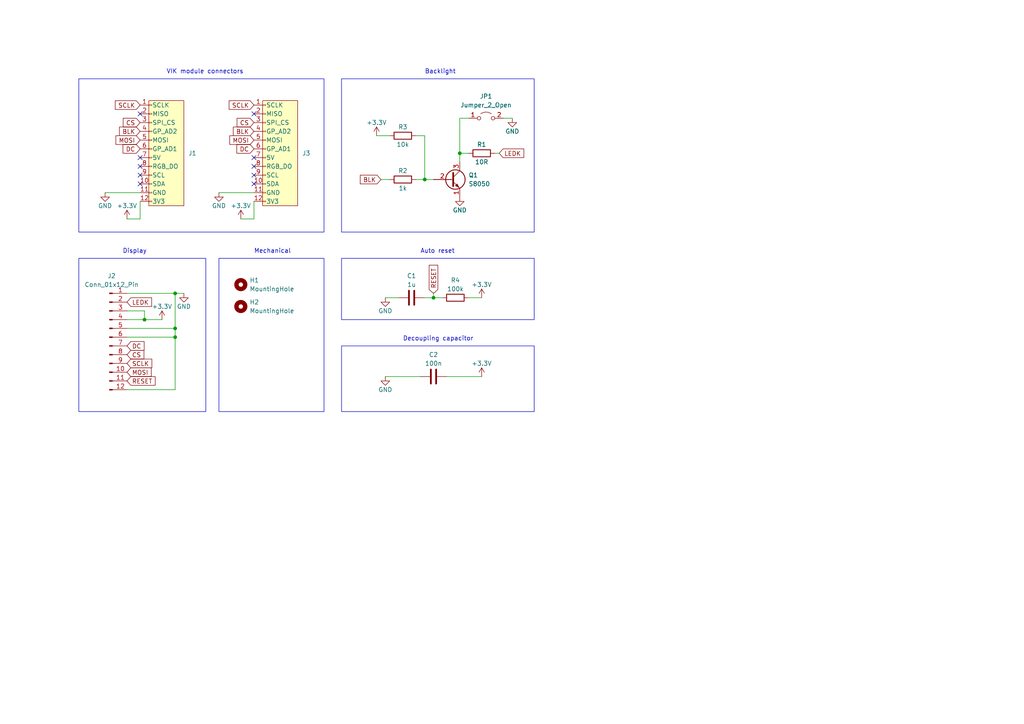
<source format=kicad_sch>
(kicad_sch (version 20230121) (generator eeschema)
  (paper "A4")
  (lib_symbols
    (symbol "Connector:Conn_01x12_Pin" (pin_names (offset 1.016) hide)
      (property "Reference" "J" (at 0 15.24 0))
      (property "Value" "Conn_01x12_Pin" (at 0 -17.78 0))
      (symbol "Conn_01x12_Pin_1_1"
        (polyline (pts (xy 1.27 -15.24) (xy 0.8636 -15.24)) (stroke (width 0.1524)))
        (polyline (pts (xy 1.27 -12.7) (xy 0.8636 -12.7)) (stroke (width 0.1524)))
        (polyline (pts (xy 1.27 -10.16) (xy 0.8636 -10.16)) (stroke (width 0.1524)))
        (polyline (pts (xy 1.27 -7.62) (xy 0.8636 -7.62)) (stroke (width 0.1524)))
        (polyline (pts (xy 1.27 -5.08) (xy 0.8636 -5.08)) (stroke (width 0.1524)))
        (polyline (pts (xy 1.27 -2.54) (xy 0.8636 -2.54)) (stroke (width 0.1524)))
        (polyline (pts (xy 1.27 0) (xy 0.8636 0)) (stroke (width 0.1524)))
        (polyline (pts (xy 1.27 2.54) (xy 0.8636 2.54)) (stroke (width 0.1524)))
        (polyline (pts (xy 1.27 5.08) (xy 0.8636 5.08)) (stroke (width 0.1524)))
        (polyline (pts (xy 1.27 7.62) (xy 0.8636 7.62)) (stroke (width 0.1524)))
        (polyline (pts (xy 1.27 10.16) (xy 0.8636 10.16)) (stroke (width 0.1524)))
        (polyline (pts (xy 1.27 12.7) (xy 0.8636 12.7)) (stroke (width 0.1524)))
        (rectangle (start 0.8636 -15.113) (end 0 -15.367) (stroke (width 0.1524)) (fill (type outline)))
        (rectangle (start 0.8636 -12.573) (end 0 -12.827) (stroke (width 0.1524)) (fill (type outline)))
        (rectangle (start 0.8636 -10.033) (end 0 -10.287) (stroke (width 0.1524)) (fill (type outline)))
        (rectangle (start 0.8636 -7.493) (end 0 -7.747) (stroke (width 0.1524)) (fill (type outline)))
        (rectangle (start 0.8636 -4.953) (end 0 -5.207) (stroke (width 0.1524)) (fill (type outline)))
        (rectangle (start 0.8636 -2.413) (end 0 -2.667) (stroke (width 0.1524)) (fill (type outline)))
        (rectangle (start 0.8636 0.127) (end 0 -0.127) (stroke (width 0.1524)) (fill (type outline)))
        (rectangle (start 0.8636 2.667) (end 0 2.413) (stroke (width 0.1524)) (fill (type outline)))
        (rectangle (start 0.8636 5.207) (end 0 4.953) (stroke (width 0.1524)) (fill (type outline)))
        (rectangle (start 0.8636 7.747) (end 0 7.493) (stroke (width 0.1524)) (fill (type outline)))
        (rectangle (start 0.8636 10.287) (end 0 10.033) (stroke (width 0.1524)) (fill (type outline)))
        (rectangle (start 0.8636 12.827) (end 0 12.573) (stroke (width 0.1524)) (fill (type outline)))
        (pin passive line (at 5.08 12.7 180) (length 3.81) (name "Pin_1") (number "1"))
        (pin passive line (at 5.08 -10.16 180) (length 3.81) (name "Pin_10") (number "10"))
        (pin passive line (at 5.08 -12.7 180) (length 3.81) (name "Pin_11") (number "11"))
        (pin passive line (at 5.08 -15.24 180) (length 3.81) (name "Pin_12") (number "12"))
        (pin passive line (at 5.08 10.16 180) (length 3.81) (name "Pin_2") (number "2"))
        (pin passive line (at 5.08 7.62 180) (length 3.81) (name "Pin_3") (number "3"))
        (pin passive line (at 5.08 5.08 180) (length 3.81) (name "Pin_4") (number "4"))
        (pin passive line (at 5.08 2.54 180) (length 3.81) (name "Pin_5") (number "5"))
        (pin passive line (at 5.08 0 180) (length 3.81) (name "Pin_6") (number "6"))
        (pin passive line (at 5.08 -2.54 180) (length 3.81) (name "Pin_7") (number "7"))
        (pin passive line (at 5.08 -5.08 180) (length 3.81) (name "Pin_8") (number "8"))
        (pin passive line (at 5.08 -7.62 180) (length 3.81) (name "Pin_9") (number "9"))
      )
    )
    (symbol "Device:C" (pin_numbers hide) (pin_names (offset 0.254))
      (property "Reference" "C" (at 0.635 2.54 0))
      (property "Value" "C" (at 0.635 -2.54 0))
      (symbol "C_0_1"
        (polyline (pts (xy -2.032 -0.762) (xy 2.032 -0.762)) (stroke (width 0.508)))
        (polyline (pts (xy -2.032 0.762) (xy 2.032 0.762)) (stroke (width 0.508)))
      )
      (symbol "C_1_1"
        (pin passive line (at 0 3.81 270) (length 2.794) (name "~") (number "1"))
        (pin passive line (at 0 -3.81 90) (length 2.794) (name "~") (number "2"))
      )
    )
    (symbol "Device:R" (pin_numbers hide) (pin_names (offset 0))
      (property "Reference" "R" (at 2.032 0 90))
      (property "Value" "R" (at 0 0 90))
      (symbol "R_0_1"
        (rectangle (start -1.016 -2.54) (end 1.016 2.54) (stroke (width 0.254)))
      )
      (symbol "R_1_1"
        (pin passive line (at 0 3.81 270) (length 1.27) (name "~") (number "1"))
        (pin passive line (at 0 -3.81 90) (length 1.27) (name "~") (number "2"))
      )
    )
    (symbol "Jumper:Jumper_2_Open" (pin_names (offset 0) hide)
      (property "Reference" "JP" (at 0 2.794 0))
      (property "Value" "Jumper_2_Open" (at 0 -2.286 0))
      (symbol "Jumper_2_Open_0_0"
        (circle (center -2.032 0) (radius 0.508))
        (circle (center 2.032 0) (radius 0.508))
      )
      (symbol "Jumper_2_Open_0_1"
        (arc (start 1.524 1.27) (mid 0 1.778) (end -1.524 1.27))
      )
      (symbol "Jumper_2_Open_1_1"
        (pin passive line (at -5.08 0 0) (length 2.54) (name "A") (number "1"))
        (pin passive line (at 5.08 0 180) (length 2.54) (name "B") (number "2"))
      )
    )
    (symbol "Mechanical:MountingHole" (pin_names (offset 1.016))
      (property "Reference" "H" (at 0 5.08 0))
      (property "Value" "MountingHole" (at 0 3.175 0))
      (symbol "MountingHole_0_1"
        (circle (center 0 0) (radius 1.27) (stroke (width 1.27)))
      )
    )
    (symbol "Transistor_BJT:S8050" (pin_names (offset 0) hide)
      (property "Reference" "Q" (at 5.08 1.905 0))
      (property "Value" "S8050" (at 5.08 0 0))
      (symbol "S8050_0_1"
        (polyline (pts (xy 0 0) (xy 0.635 0)))
        (polyline (pts (xy 0.635 0.635) (xy 2.54 2.54)))
        (polyline (pts (xy 0.635 -0.635) (xy 2.54 -2.54) (xy 2.54 -2.54)))
        (polyline (pts (xy 0.635 1.905) (xy 0.635 -1.905) (xy 0.635 -1.905)) (stroke (width 0.508)))
        (polyline (pts (xy 1.27 -1.778) (xy 1.778 -1.27) (xy 2.286 -2.286) (xy 1.27 -1.778) (xy 1.27 -1.778)) (fill (type outline)))
        (circle (center 1.27 0) (radius 2.8194) (stroke (width 0.254)))
      )
      (symbol "S8050_1_1"
        (pin passive line (at 2.54 -5.08 90) (length 2.54) (name "E") (number "1"))
        (pin input line (at -5.08 0 0) (length 5.08) (name "B") (number "2"))
        (pin passive line (at 2.54 5.08 270) (length 2.54) (name "C") (number "3"))
      )
    )
    (symbol "power:+3.3V" (power) (pin_names (offset 0))
      (property "Value" "+3.3V" (at 0 3.556 0))
      (symbol "+3.3V_0_1"
        (polyline (pts (xy -0.762 1.27) (xy 0 2.54)))
        (polyline (pts (xy 0 0) (xy 0 2.54)))
        (polyline (pts (xy 0 2.54) (xy 0.762 1.27)))
      )
      (symbol "+3.3V_1_1"
        (pin power_in line (at 0 0 90) (length 0) hide (name "+3.3V") (number "1"))
      )
    )
    (symbol "power:GND" (power) (pin_names (offset 0))
      (property "Value" "GND" (at 0 -3.81 0))
      (symbol "GND_0_1"
        (polyline (pts (xy 0 0) (xy 0 -1.27) (xy 1.27 -1.27) (xy 0 -2.54) (xy -1.27 -1.27) (xy 0 -1.27)))
      )
      (symbol "GND_1_1"
        (pin power_in line (at 0 0 270) (length 0) hide (name "GND") (number "1"))
      )
    )
    (symbol "vik:vik-module-connector" (pin_names (offset 1))
      (property "Reference" "J" (at 0 15.875 0))
      (symbol "vik-module-connector_1_1"
        (rectangle (start -5.08 13.97) (end 5.08 -16.51) (fill (type background)))
        (rectangle (start -5.0546 -15.113) (end -4.191 -15.367) (stroke (width 0.1)))
        (rectangle (start -5.0546 -12.573) (end -4.191 -12.827) (stroke (width 0.1)))
        (rectangle (start -5.0546 -10.033) (end -4.191 -10.287) (stroke (width 0.1)))
        (rectangle (start -5.0546 -7.493) (end -4.191 -7.747) (stroke (width 0.1)))
        (rectangle (start -5.0546 -4.953) (end -4.191 -5.207) (stroke (width 0.1)))
        (rectangle (start -5.0546 -2.413) (end -4.191 -2.667) (stroke (width 0.1)))
        (rectangle (start -5.0546 0.127) (end -4.191 -0.127) (stroke (width 0.1)))
        (rectangle (start -5.0546 2.667) (end -4.191 2.413) (stroke (width 0.1)))
        (rectangle (start -5.0546 5.207) (end -4.191 4.953) (stroke (width 0.1)))
        (rectangle (start -5.0546 7.747) (end -4.191 7.493) (stroke (width 0.1)))
        (rectangle (start -5.0546 10.287) (end -4.191 10.033) (stroke (width 0.1)))
        (rectangle (start -5.0546 12.827) (end -4.191 12.573) (stroke (width 0.1)))
        (pin output line (at -7.62 12.7 0) (length 2.54) (name "SCLK") (number "1"))
        (pin bidirectional line (at -7.62 -10.16 0) (length 2.54) (name "SDA") (number "10"))
        (pin power_out line (at -7.62 -12.7 0) (length 2.54) (name "GND") (number "11"))
        (pin power_out line (at -7.62 -15.24 0) (length 2.54) (name "3V3") (number "12"))
        (pin tri_state line (at -7.62 10.16 0) (length 2.54) (name "MISO") (number "2"))
        (pin output line (at -7.62 7.62 0) (length 2.54) (name "SPI_CS") (number "3"))
        (pin bidirectional line (at -7.62 5.08 0) (length 2.54) (name "GP_AD2") (number "4"))
        (pin output line (at -7.62 2.54 0) (length 2.54) (name "MOSI") (number "5"))
        (pin bidirectional line (at -7.62 0 0) (length 2.54) (name "GP_AD1") (number "6"))
        (pin power_out line (at -7.62 -2.54 0) (length 2.54) (name "5V") (number "7"))
        (pin output line (at -7.62 -5.08 0) (length 2.54) (name "RGB_DO") (number "8"))
        (pin bidirectional line (at -7.62 -7.62 0) (length 2.54) (name "SCL") (number "9"))
      )
    )
  )
  (junction (at 125.73 86.36))
  (junction (at 50.8 97.79))
  (junction (at 50.8 95.25))
  (junction (at 50.8 85.09))
  (junction (at 41.91 92.71))
  (junction (at 123.19 52.07))
  (junction (at 133.35 44.45))
  (no_connect (at 73.66 53.34))
  (no_connect (at 40.64 33.02))
  (no_connect (at 40.64 53.34))
  (no_connect (at 73.66 50.8))
  (no_connect (at 73.66 48.26))
  (no_connect (at 73.66 45.72))
  (no_connect (at 73.66 33.02))
  (no_connect (at 40.64 45.72))
  (no_connect (at 40.64 48.26))
  (no_connect (at 40.64 50.8))
  (wire (pts (xy 41.91 90.17) (xy 41.91 92.71)))
  (wire (pts (xy 69.85 63.5) (xy 73.66 63.5)))
  (wire (pts (xy 41.91 92.71) (xy 46.99 92.71)))
  (wire (pts (xy 50.8 113.03) (xy 50.8 97.79)))
  (wire (pts (xy 110.49 52.07) (xy 113.03 52.07)))
  (wire (pts (xy 120.65 39.37) (xy 123.19 39.37)))
  (wire (pts (xy 36.83 113.03) (xy 50.8 113.03)))
  (wire (pts (xy 109.22 39.37) (xy 113.03 39.37)))
  (wire (pts (xy 123.19 52.07) (xy 125.73 52.07)))
  (wire (pts (xy 36.83 63.5) (xy 40.64 63.5)))
  (wire (pts (xy 73.66 63.5) (xy 73.66 58.42)))
  (wire (pts (xy 133.35 34.29) (xy 133.35 44.45)))
  (wire (pts (xy 50.8 85.09) (xy 53.34 85.09)))
  (wire (pts (xy 133.35 34.29) (xy 135.89 34.29)))
  (wire (pts (xy 111.76 86.36) (xy 115.57 86.36)))
  (wire (pts (xy 50.8 95.25) (xy 50.8 85.09)))
  (wire (pts (xy 40.64 63.5) (xy 40.64 58.42)))
  (wire (pts (xy 129.54 109.22) (xy 139.7 109.22)))
  (wire (pts (xy 36.83 92.71) (xy 41.91 92.71)))
  (wire (pts (xy 125.73 86.36) (xy 128.27 86.36)))
  (wire (pts (xy 143.51 44.45) (xy 144.78 44.45)))
  (wire (pts (xy 36.83 97.79) (xy 50.8 97.79)))
  (wire (pts (xy 36.83 90.17) (xy 41.91 90.17)))
  (wire (pts (xy 135.89 86.36) (xy 139.7 86.36)))
  (wire (pts (xy 36.83 85.09) (xy 50.8 85.09)))
  (wire (pts (xy 30.48 55.88) (xy 40.64 55.88)))
  (wire (pts (xy 148.59 34.29) (xy 146.05 34.29)))
  (wire (pts (xy 120.65 52.07) (xy 123.19 52.07)))
  (wire (pts (xy 133.35 46.99) (xy 133.35 44.45)))
  (wire (pts (xy 36.83 95.25) (xy 50.8 95.25)))
  (wire (pts (xy 63.5 55.88) (xy 73.66 55.88)))
  (wire (pts (xy 50.8 97.79) (xy 50.8 95.25)))
  (wire (pts (xy 125.73 85.09) (xy 125.73 86.36)))
  (wire (pts (xy 111.76 109.22) (xy 121.92 109.22)))
  (wire (pts (xy 123.19 39.37) (xy 123.19 52.07)))
  (wire (pts (xy 133.35 44.45) (xy 135.89 44.45)))
  (wire (pts (xy 123.19 86.36) (xy 125.73 86.36)))
  (rectangle (start 63.5 74.93) (end 93.98 119.38))
  (rectangle (start 99.06 74.93) (end 154.94 92.71))
  (rectangle (start 22.86 74.93) (end 59.69 119.38))
  (rectangle (start 22.86 22.86) (end 93.98 67.31))
  (rectangle (start 99.06 100.33) (end 154.94 119.38))
  (rectangle (start 99.06 22.86) (end 154.94 67.31))
  (text "Display" (at 35.56 73.66 0) (effects (font (size 1.27 1.27)) (justify left bottom)))
  (text "Backlight" (at 123.19 21.59 0) (effects (font (size 1.27 1.27)) (justify left bottom)))
  (text "Auto reset" (at 121.92 73.66 0) (effects (font (size 1.27 1.27)) (justify left bottom)))
  (text "Mechanical" (at 73.66 73.66 0) (effects (font (size 1.27 1.27)) (justify left bottom)))
  (text "VIK module connectors" (at 48.26 21.59 0) (effects (font (size 1.27 1.27)) (justify left bottom)))
  (text "Decoupling capacitor" (at 116.84 99.06 0) (effects (font (size 1.27 1.27)) (justify left bottom)))
  (global_label "MOSI" (shape input) (at 36.83 107.95 0) (property "Intersheetrefs" "${INTERSHEET_REFS}" (effects hide)))
  (global_label "BLK" (shape input) (at 110.49 52.07 180) (property "Intersheetrefs" "${INTERSHEET_REFS}" (effects hide)))
  (global_label "MOSI" (shape input) (at 73.66 40.64 180) (property "Intersheetrefs" "${INTERSHEET_REFS}" (effects hide)))
  (global_label "RESET" (shape input) (at 36.83 110.49 0) (property "Intersheetrefs" "${INTERSHEET_REFS}" (effects hide)))
  (global_label "SCLK" (shape input) (at 40.64 30.48 180) (property "Intersheetrefs" "${INTERSHEET_REFS}" (effects hide)))
  (global_label "DC" (shape input) (at 40.64 43.18 180) (property "Intersheetrefs" "${INTERSHEET_REFS}" (effects hide)))
  (global_label "LEDK" (shape input) (at 36.83 87.63 0) (property "Intersheetrefs" "${INTERSHEET_REFS}" (effects hide)))
  (global_label "SCLK" (shape input) (at 36.83 105.41 0) (property "Intersheetrefs" "${INTERSHEET_REFS}" (effects hide)))
  (global_label "CS" (shape input) (at 73.66 35.56 180) (property "Intersheetrefs" "${INTERSHEET_REFS}" (effects hide)))
  (global_label "MOSI" (shape input) (at 40.64 40.64 180) (property "Intersheetrefs" "${INTERSHEET_REFS}" (effects hide)))
  (global_label "BLK" (shape input) (at 73.66 38.1 180) (property "Intersheetrefs" "${INTERSHEET_REFS}" (effects hide)))
  (global_label "CS" (shape input) (at 40.64 35.56 180) (property "Intersheetrefs" "${INTERSHEET_REFS}" (effects hide)))
  (global_label "SCLK" (shape input) (at 73.66 30.48 180) (property "Intersheetrefs" "${INTERSHEET_REFS}" (effects hide)))
  (global_label "RESET" (shape input) (at 125.73 85.09 90) (property "Intersheetrefs" "${INTERSHEET_REFS}" (effects hide)))
  (global_label "DC" (shape input) (at 36.83 100.33 0) (property "Intersheetrefs" "${INTERSHEET_REFS}" (effects hide)))
  (global_label "LEDK" (shape input) (at 144.78 44.45 0) (property "Intersheetrefs" "${INTERSHEET_REFS}" (effects hide)))
  (global_label "BLK" (shape input) (at 40.64 38.1 180) (property "Intersheetrefs" "${INTERSHEET_REFS}" (effects hide)))
  (global_label "DC" (shape input) (at 73.66 43.18 180) (property "Intersheetrefs" "${INTERSHEET_REFS}" (effects hide)))
  (global_label "CS" (shape input) (at 36.83 102.87 0) (property "Intersheetrefs" "${INTERSHEET_REFS}" (effects hide)))
  (symbol (lib_id "power:GND") (at 111.76 86.36 0) (unit 1)
    (property "Reference" "#PWR05" (effects hide))
    (property "Value" "GND" (at 111.76 90.17 0))
  )
  (symbol (lib_id "power:+3.3V") (at 69.85 63.5 0) (unit 1)
    (property "Reference" "#PWR012" (effects hide))
    (property "Value" "+3.3V" (at 69.85 59.69 0))
  )
  (symbol (lib_id "Device:C") (at 125.73 109.22 90) (unit 1)
    (property "Reference" "C2" (at 125.73 102.87 90))
    (property "Value" "100n" (at 125.73 105.41 90))
    (property "Footprint" "Capacitor_SMD:C_1206_3216Metric_Pad1.33x1.80mm_HandSolder" (effects hide))
  )
  (symbol (lib_id "Device:R") (at 132.08 86.36 90) (unit 1)
    (property "Reference" "R4" (at 132.08 81.28 90))
    (property "Value" "100k" (at 132.08 83.82 90))
    (property "Footprint" "Resistor_SMD:R_1206_3216Metric_Pad1.30x1.75mm_HandSolder" (effects hide))
  )
  (symbol (lib_id "Device:R") (at 116.84 39.37 270) (unit 1)
    (property "Reference" "R3" (at 116.84 36.83 90))
    (property "Value" "10k" (at 116.84 41.91 90))
    (property "Footprint" "Resistor_SMD:R_1206_3216Metric_Pad1.30x1.75mm_HandSolder" (effects hide))
  )
  (symbol (lib_id "power:GND") (at 148.59 34.29 0) (unit 1)
    (property "Reference" "#PWR013" (effects hide))
    (property "Value" "GND" (at 148.59 38.1 0))
  )
  (symbol (lib_id "Device:R") (at 116.84 52.07 90) (unit 1)
    (property "Reference" "R2" (at 116.84 49.53 90))
    (property "Value" "1k" (at 116.84 54.61 90))
    (property "Footprint" "Resistor_SMD:R_1206_3216Metric_Pad1.30x1.75mm_HandSolder" (effects hide))
  )
  (symbol (lib_id "Device:R") (at 139.7 44.45 90) (unit 1)
    (property "Reference" "R1" (at 139.7 41.91 90))
    (property "Value" "10R" (at 139.7 46.99 90))
    (property "Footprint" "Resistor_SMD:R_1206_3216Metric_Pad1.30x1.75mm_HandSolder" (effects hide))
  )
  (symbol (lib_id "Transistor_BJT:S8050") (at 130.81 52.07 0) (unit 1)
    (property "Reference" "Q1" (at 135.89 50.8 0) (effects (justify left)))
    (property "Value" "S8050" (at 135.89 53.34 0) (effects (justify left)))
    (property "Footprint" "Package_TO_SOT_SMD:SOT-23" (effects hide))
    (property "Datasheet" "http://www.unisonic.com.tw/datasheet/S8050.pdf" (effects hide))
  )
  (symbol (lib_id "power:+3.3V") (at 139.7 86.36 0) (unit 1)
    (property "Reference" "#PWR08" (effects hide))
    (property "Value" "+3.3V" (at 139.7 82.55 0))
  )
  (symbol (lib_id "power:GND") (at 30.48 55.88 0) (unit 1)
    (property "Reference" "#PWR07" (effects hide))
    (property "Value" "GND" (at 30.48 59.69 0))
  )
  (symbol (lib_id "Device:C") (at 119.38 86.36 90) (unit 1)
    (property "Reference" "C1" (at 119.38 80.01 90))
    (property "Value" "1u" (at 119.38 82.55 90))
    (property "Footprint" "Capacitor_SMD:C_1206_3216Metric_Pad1.33x1.80mm_HandSolder" (effects hide))
  )
  (symbol (lib_id "power:GND") (at 53.34 85.09 0) (unit 1)
    (property "Reference" "#PWR01" (effects hide))
    (property "Value" "GND" (at 53.34 88.9 0))
  )
  (symbol (lib_id "Mechanical:MountingHole") (at 69.85 88.9 0) (unit 1)
    (property "Reference" "H2" (at 72.39 87.63 0) (effects (justify left)))
    (property "Value" "MountingHole" (at 72.39 90.17 0) (effects (justify left)))
    (property "Footprint" "zzkeeb:Hole_M2-TH" (effects hide))
  )
  (symbol (lib_id "power:GND") (at 133.35 57.15 0) (unit 1)
    (property "Reference" "#PWR03" (effects hide))
    (property "Value" "GND" (at 133.35 60.96 0))
  )
  (symbol (lib_id "power:GND") (at 111.76 109.22 0) (unit 1)
    (property "Reference" "#PWR010" (effects hide))
    (property "Value" "GND" (at 111.76 113.03 0))
  )
  (symbol (lib_id "power:+3.3V") (at 139.7 109.22 0) (unit 1)
    (property "Reference" "#PWR09" (effects hide))
    (property "Value" "+3.3V" (at 139.7 105.41 0))
  )
  (symbol (lib_id "vik:vik-module-connector") (at 81.28 43.18 0) (unit 1)
    (property "Reference" "J3" (at 87.63 44.45 0) (effects (justify left)))
    (property "Value" "vik-module-connector" (effects hide))
    (property "Footprint" "vik:vik-module-connector-vertical" (effects hide))
  )
  (symbol (lib_id "power:+3.3V") (at 36.83 63.5 0) (unit 1)
    (property "Reference" "#PWR06" (effects hide))
    (property "Value" "+3.3V" (at 36.83 59.69 0))
  )
  (symbol (lib_id "vik:vik-module-connector") (at 48.26 43.18 0) (unit 1)
    (property "Reference" "J1" (at 54.61 44.45 0) (effects (justify left)))
    (property "Value" "vik-module-connector" (effects hide))
    (property "Footprint" "vik:vik-module-connector-horizontal" (effects hide))
  )
  (symbol (lib_id "power:+3.3V") (at 46.99 92.71 0) (unit 1)
    (property "Reference" "#PWR02" (effects hide))
    (property "Value" "+3.3V" (at 46.99 88.9 0))
  )
  (symbol (lib_id "Mechanical:MountingHole") (at 69.85 82.55 0) (unit 1)
    (property "Reference" "H1" (at 72.39 81.28 0) (effects (justify left)))
    (property "Value" "MountingHole" (at 72.39 83.82 0) (effects (justify left)))
    (property "Footprint" "zzkeeb:Hole_M2-TH" (effects hide))
  )
  (symbol (lib_id "Jumper:Jumper_2_Open") (at 140.97 34.29 0) (unit 1)
    (property "Reference" "JP1" (at 140.97 27.94 0))
    (property "Value" "Jumper_2_Open" (at 140.97 30.48 0))
    (property "Footprint" "Jumper:SolderJumper-2_P1.3mm_Open_RoundedPad1.0x1.5mm" (effects hide))
  )
  (symbol (lib_id "power:GND") (at 63.5 55.88 0) (unit 1)
    (property "Reference" "#PWR011" (effects hide))
    (property "Value" "GND" (at 63.5 59.69 0))
  )
  (symbol (lib_id "Connector:Conn_01x12_Pin") (at 31.75 97.79 0) (unit 1)
    (property "Reference" "J2" (at 32.385 80.01 0))
    (property "Value" "Conn_01x12_Pin" (at 32.385 82.55 0))
    (property "Footprint" "st7789:fpc-0.7mm-12pin" (effects hide))
  )
  (symbol (lib_id "power:+3.3V") (at 109.22 39.37 0) (unit 1)
    (property "Reference" "#PWR04" (effects hide))
    (property "Value" "+3.3V" (at 109.22 35.56 0))
  )
)
</source>
